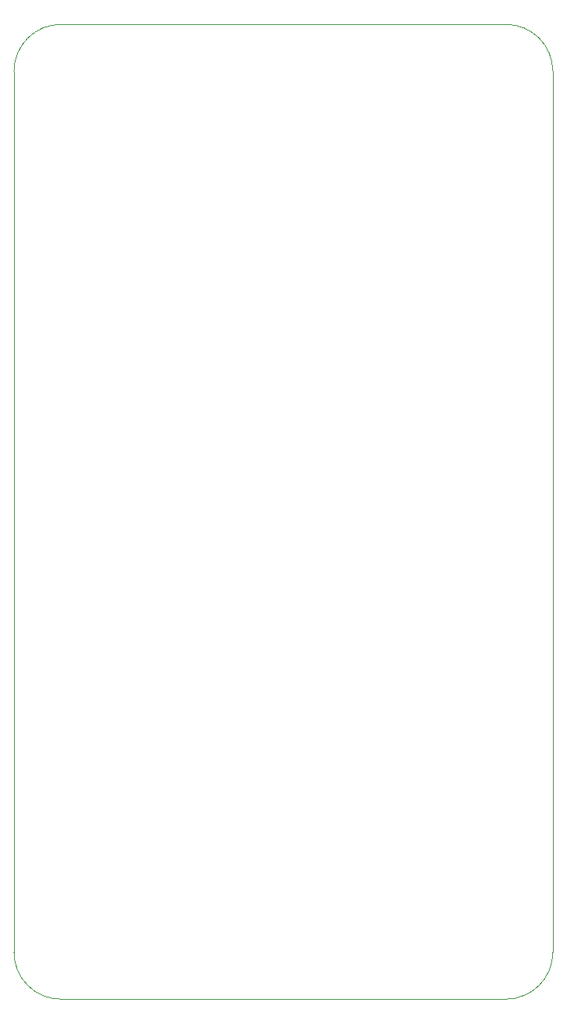
<source format=gbr>
%TF.GenerationSoftware,KiCad,Pcbnew,(6.0.7)*%
%TF.CreationDate,2023-03-03T12:59:51+05:30*%
%TF.ProjectId,ESP32-dev-board,45535033-322d-4646-9576-2d626f617264,rev?*%
%TF.SameCoordinates,Original*%
%TF.FileFunction,Profile,NP*%
%FSLAX46Y46*%
G04 Gerber Fmt 4.6, Leading zero omitted, Abs format (unit mm)*
G04 Created by KiCad (PCBNEW (6.0.7)) date 2023-03-03 12:59:51*
%MOMM*%
%LPD*%
G01*
G04 APERTURE LIST*
%TA.AperFunction,Profile*%
%ADD10C,0.100000*%
%TD*%
G04 APERTURE END LIST*
D10*
X128905000Y-144780000D02*
X80645000Y-144780000D01*
X133985000Y-44280000D02*
G75*
G03*
X128905000Y-39200000I-5080000J0D01*
G01*
X128905000Y-39200000D02*
X80645000Y-39200000D01*
X80645000Y-39200000D02*
G75*
G03*
X75565000Y-44280000I0J-5080000D01*
G01*
X133985000Y-44280000D02*
X133985000Y-139700000D01*
X75565000Y-139700000D02*
G75*
G03*
X80645000Y-144780000I5080000J0D01*
G01*
X75565000Y-44280000D02*
X75565000Y-139700000D01*
X128905000Y-144780000D02*
G75*
G03*
X133985000Y-139700000I0J5080000D01*
G01*
M02*

</source>
